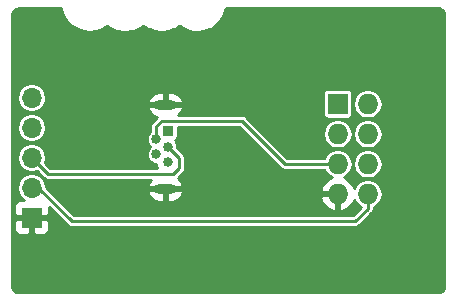
<source format=gbr>
G04 #@! TF.GenerationSoftware,KiCad,Pcbnew,5.0.2-bee76a0~70~ubuntu18.04.1*
G04 #@! TF.CreationDate,2019-07-22T12:49:36+01:00*
G04 #@! TF.ProjectId,SOICbite_USB,534f4943-6269-4746-955f-5553422e6b69,rev?*
G04 #@! TF.SameCoordinates,Original*
G04 #@! TF.FileFunction,Copper,L2,Bot*
G04 #@! TF.FilePolarity,Positive*
%FSLAX46Y46*%
G04 Gerber Fmt 4.6, Leading zero omitted, Abs format (unit mm)*
G04 Created by KiCad (PCBNEW 5.0.2-bee76a0~70~ubuntu18.04.1) date Mon 22 Jul 2019 12:49:36 BST*
%MOMM*%
%LPD*%
G01*
G04 APERTURE LIST*
G04 #@! TA.AperFunction,ComponentPad*
%ADD10R,0.840000X0.840000*%
G04 #@! TD*
G04 #@! TA.AperFunction,ComponentPad*
%ADD11C,0.840000*%
G04 #@! TD*
G04 #@! TA.AperFunction,ComponentPad*
%ADD12O,1.850000X0.850000*%
G04 #@! TD*
G04 #@! TA.AperFunction,ComponentPad*
%ADD13R,1.727200X1.727200*%
G04 #@! TD*
G04 #@! TA.AperFunction,ComponentPad*
%ADD14O,1.727200X1.727200*%
G04 #@! TD*
G04 #@! TA.AperFunction,ComponentPad*
%ADD15R,1.700000X1.700000*%
G04 #@! TD*
G04 #@! TA.AperFunction,ComponentPad*
%ADD16O,1.700000X1.700000*%
G04 #@! TD*
G04 #@! TA.AperFunction,Conductor*
%ADD17C,0.250000*%
G04 #@! TD*
G04 #@! TA.AperFunction,Conductor*
%ADD18C,0.254000*%
G04 #@! TD*
G04 APERTURE END LIST*
D10*
G04 #@! TO.P,J1,1*
G04 #@! TO.N,+5V*
X118650000Y-94400000D03*
D11*
G04 #@! TO.P,J1,2*
G04 #@! TO.N,/USB-*
X117650000Y-95050000D03*
G04 #@! TO.P,J1,3*
G04 #@! TO.N,/USB+*
X118650000Y-95700000D03*
G04 #@! TO.P,J1,4*
G04 #@! TO.N,/USB_ID*
X117650000Y-96350000D03*
G04 #@! TO.P,J1,5*
G04 #@! TO.N,GND*
X118650000Y-97000000D03*
D12*
G04 #@! TO.P,J1,6*
X118430000Y-92125000D03*
X118430000Y-99275000D03*
G04 #@! TD*
D13*
G04 #@! TO.P,J2,1*
G04 #@! TO.N,+5V*
X133015001Y-92060001D03*
D14*
G04 #@! TO.P,J2,2*
G04 #@! TO.N,N/C*
X135555001Y-92060001D03*
G04 #@! TO.P,J2,3*
G04 #@! TO.N,/USB+*
X133015001Y-94600001D03*
G04 #@! TO.P,J2,4*
G04 #@! TO.N,N/C*
X135555001Y-94600001D03*
G04 #@! TO.P,J2,5*
G04 #@! TO.N,/USB-*
X133015001Y-97140001D03*
G04 #@! TO.P,J2,6*
G04 #@! TO.N,N/C*
X135555001Y-97140001D03*
G04 #@! TO.P,J2,7*
G04 #@! TO.N,GND*
X133015001Y-99680001D03*
G04 #@! TO.P,J2,8*
G04 #@! TO.N,/USB_ID*
X135555001Y-99680001D03*
G04 #@! TD*
D15*
G04 #@! TO.P,J3,1*
G04 #@! TO.N,GND*
X107100000Y-101700000D03*
D16*
G04 #@! TO.P,J3,2*
G04 #@! TO.N,/USB_ID*
X107100000Y-99160000D03*
G04 #@! TO.P,J3,3*
G04 #@! TO.N,/USB+*
X107100000Y-96620000D03*
G04 #@! TO.P,J3,4*
G04 #@! TO.N,/USB-*
X107100000Y-94080000D03*
G04 #@! TO.P,J3,5*
G04 #@! TO.N,+5V*
X107100000Y-91540000D03*
G04 #@! TD*
D17*
G04 #@! TO.N,/USB-*
X117650000Y-93974998D02*
X117650000Y-94456031D01*
X118124998Y-93500000D02*
X117650000Y-93974998D01*
X124900000Y-93500000D02*
X118124998Y-93500000D01*
X117650000Y-94456031D02*
X117650000Y-95050000D01*
X133015001Y-97140001D02*
X128540001Y-97140001D01*
X128540001Y-97140001D02*
X124900000Y-93500000D01*
G04 #@! TO.N,/USB+*
X107949999Y-97469999D02*
X107100000Y-96620000D01*
X108480000Y-98000000D02*
X107949999Y-97469999D01*
X119100000Y-98000000D02*
X108480000Y-98000000D01*
X119600000Y-97500000D02*
X119100000Y-98000000D01*
X118650000Y-95700000D02*
X119600000Y-96650000D01*
X119600000Y-96650000D02*
X119600000Y-97500000D01*
G04 #@! TO.N,/USB_ID*
X107660000Y-99160000D02*
X107100000Y-99160000D01*
X135555001Y-99680001D02*
X135555001Y-100944999D01*
X110500000Y-102000000D02*
X107660000Y-99160000D01*
X134500000Y-102000000D02*
X110500000Y-102000000D01*
X135555001Y-100944999D02*
X134500000Y-102000000D01*
G04 #@! TD*
D18*
G04 #@! TO.N,GND*
G36*
X109716264Y-84393348D02*
X109740339Y-84450411D01*
X109763680Y-84507678D01*
X109766522Y-84512470D01*
X110058792Y-84998409D01*
X110097888Y-85046388D01*
X110136390Y-85094835D01*
X110140463Y-85098637D01*
X110557371Y-85483012D01*
X110608329Y-85518067D01*
X110658914Y-85553784D01*
X110663890Y-85556290D01*
X111171923Y-85808204D01*
X111230727Y-85827566D01*
X111289248Y-85847631D01*
X111294727Y-85848639D01*
X111853042Y-85947840D01*
X111914867Y-85949918D01*
X111976719Y-85952754D01*
X111982260Y-85952183D01*
X112545978Y-85890695D01*
X112605918Y-85875333D01*
X112666059Y-85860700D01*
X112671215Y-85858598D01*
X112671220Y-85858597D01*
X112671225Y-85858594D01*
X113195020Y-85641365D01*
X113248212Y-85609813D01*
X113301859Y-85578872D01*
X113306220Y-85575406D01*
X113462691Y-85449487D01*
X113620216Y-85575740D01*
X113644462Y-85590258D01*
X113666289Y-85608202D01*
X113725576Y-85638967D01*
X114255310Y-85866287D01*
X114282989Y-85873924D01*
X114309250Y-85885520D01*
X114374625Y-85899208D01*
X114945977Y-85975697D01*
X114974689Y-85975609D01*
X115003101Y-85979716D01*
X115069750Y-85975319D01*
X115640624Y-85895342D01*
X115668251Y-85887537D01*
X115696723Y-85883852D01*
X115759734Y-85861693D01*
X116288071Y-85631145D01*
X116312584Y-85616197D01*
X116339015Y-85604991D01*
X116393746Y-85566704D01*
X116554942Y-85435353D01*
X116710675Y-85560169D01*
X116734921Y-85574687D01*
X116756748Y-85592631D01*
X116816035Y-85623396D01*
X117345769Y-85850716D01*
X117373448Y-85858353D01*
X117399709Y-85869949D01*
X117465084Y-85883637D01*
X118036436Y-85960126D01*
X118065148Y-85960038D01*
X118093560Y-85964145D01*
X118160209Y-85959748D01*
X118731083Y-85879771D01*
X118758710Y-85871966D01*
X118787182Y-85868281D01*
X118850193Y-85846122D01*
X119378530Y-85615574D01*
X119403043Y-85600626D01*
X119429474Y-85589420D01*
X119484205Y-85551133D01*
X119622752Y-85438238D01*
X119640778Y-85453434D01*
X119645521Y-85456356D01*
X120126500Y-85748578D01*
X120183414Y-85772890D01*
X120240023Y-85797894D01*
X120245396Y-85799367D01*
X120789059Y-85944849D01*
X120850523Y-85952212D01*
X120911861Y-85960321D01*
X120917431Y-85960227D01*
X121480074Y-85947273D01*
X121541105Y-85937094D01*
X121602283Y-85927657D01*
X121607603Y-85926003D01*
X122143993Y-85755654D01*
X122199704Y-85728760D01*
X122255784Y-85702527D01*
X122260426Y-85699447D01*
X122727445Y-85385399D01*
X122773352Y-85343964D01*
X122819832Y-85303031D01*
X122823423Y-85298771D01*
X123183528Y-84866269D01*
X123215983Y-84813579D01*
X123249084Y-84761281D01*
X123251334Y-84756185D01*
X123475577Y-84239997D01*
X123491936Y-84180324D01*
X123509030Y-84120832D01*
X123509760Y-84115308D01*
X123526682Y-83981000D01*
X141547373Y-83981000D01*
X141564073Y-83977678D01*
X141704761Y-84005663D01*
X141878349Y-84121651D01*
X141994337Y-84295239D01*
X142022322Y-84435928D01*
X142019000Y-84452628D01*
X142019001Y-107547373D01*
X142022322Y-107564070D01*
X141994337Y-107704761D01*
X141878349Y-107878349D01*
X141704761Y-107994337D01*
X141564073Y-108022322D01*
X141547373Y-108019000D01*
X105952627Y-108019000D01*
X105935927Y-108022322D01*
X105795239Y-107994337D01*
X105621651Y-107878349D01*
X105505663Y-107704761D01*
X105477678Y-107564073D01*
X105481000Y-107547373D01*
X105481000Y-101985750D01*
X105615000Y-101985750D01*
X105615000Y-102676310D01*
X105711673Y-102909699D01*
X105890302Y-103088327D01*
X106123691Y-103185000D01*
X106814250Y-103185000D01*
X106973000Y-103026250D01*
X106973000Y-101827000D01*
X107227000Y-101827000D01*
X107227000Y-103026250D01*
X107385750Y-103185000D01*
X108076309Y-103185000D01*
X108309698Y-103088327D01*
X108488327Y-102909699D01*
X108585000Y-102676310D01*
X108585000Y-101985750D01*
X108426250Y-101827000D01*
X107227000Y-101827000D01*
X106973000Y-101827000D01*
X105773750Y-101827000D01*
X105615000Y-101985750D01*
X105481000Y-101985750D01*
X105481000Y-100723690D01*
X105615000Y-100723690D01*
X105615000Y-101414250D01*
X105773750Y-101573000D01*
X106973000Y-101573000D01*
X106973000Y-101553000D01*
X107227000Y-101553000D01*
X107227000Y-101573000D01*
X108426250Y-101573000D01*
X108585000Y-101414250D01*
X108585000Y-100800592D01*
X110106965Y-102322558D01*
X110135194Y-102364806D01*
X110177441Y-102393034D01*
X110177442Y-102393035D01*
X110302569Y-102476641D01*
X110500000Y-102515913D01*
X110549835Y-102506000D01*
X134450166Y-102506000D01*
X134500000Y-102515913D01*
X134549834Y-102506000D01*
X134549835Y-102506000D01*
X134697431Y-102476641D01*
X134864806Y-102364806D01*
X134893038Y-102322553D01*
X135877556Y-101338036D01*
X135919807Y-101309805D01*
X135995034Y-101197218D01*
X136031642Y-101142431D01*
X136070914Y-100944999D01*
X136061001Y-100895164D01*
X136061001Y-100838770D01*
X136452307Y-100577307D01*
X136727388Y-100165620D01*
X136823984Y-99680001D01*
X136727388Y-99194382D01*
X136452307Y-98782695D01*
X136040620Y-98507614D01*
X135677582Y-98435401D01*
X135432420Y-98435401D01*
X135069382Y-98507614D01*
X134657695Y-98782695D01*
X134404166Y-99162127D01*
X134297689Y-98905054D01*
X133903491Y-98473180D01*
X133525271Y-98295917D01*
X133912307Y-98037307D01*
X134187388Y-97625620D01*
X134283984Y-97140001D01*
X134286018Y-97140001D01*
X134382614Y-97625620D01*
X134657695Y-98037307D01*
X135069382Y-98312388D01*
X135432420Y-98384601D01*
X135677582Y-98384601D01*
X136040620Y-98312388D01*
X136452307Y-98037307D01*
X136727388Y-97625620D01*
X136823984Y-97140001D01*
X136727388Y-96654382D01*
X136452307Y-96242695D01*
X136040620Y-95967614D01*
X135677582Y-95895401D01*
X135432420Y-95895401D01*
X135069382Y-95967614D01*
X134657695Y-96242695D01*
X134382614Y-96654382D01*
X134286018Y-97140001D01*
X134283984Y-97140001D01*
X134187388Y-96654382D01*
X133912307Y-96242695D01*
X133500620Y-95967614D01*
X133137582Y-95895401D01*
X132892420Y-95895401D01*
X132529382Y-95967614D01*
X132117695Y-96242695D01*
X131856232Y-96634001D01*
X128749593Y-96634001D01*
X126715593Y-94600001D01*
X131746018Y-94600001D01*
X131842614Y-95085620D01*
X132117695Y-95497307D01*
X132529382Y-95772388D01*
X132892420Y-95844601D01*
X133137582Y-95844601D01*
X133500620Y-95772388D01*
X133912307Y-95497307D01*
X134187388Y-95085620D01*
X134283984Y-94600001D01*
X134286018Y-94600001D01*
X134382614Y-95085620D01*
X134657695Y-95497307D01*
X135069382Y-95772388D01*
X135432420Y-95844601D01*
X135677582Y-95844601D01*
X136040620Y-95772388D01*
X136452307Y-95497307D01*
X136727388Y-95085620D01*
X136823984Y-94600001D01*
X136727388Y-94114382D01*
X136452307Y-93702695D01*
X136040620Y-93427614D01*
X135677582Y-93355401D01*
X135432420Y-93355401D01*
X135069382Y-93427614D01*
X134657695Y-93702695D01*
X134382614Y-94114382D01*
X134286018Y-94600001D01*
X134283984Y-94600001D01*
X134187388Y-94114382D01*
X133912307Y-93702695D01*
X133500620Y-93427614D01*
X133137582Y-93355401D01*
X132892420Y-93355401D01*
X132529382Y-93427614D01*
X132117695Y-93702695D01*
X131842614Y-94114382D01*
X131746018Y-94600001D01*
X126715593Y-94600001D01*
X125293039Y-93177448D01*
X125264806Y-93135194D01*
X125097431Y-93023359D01*
X124949835Y-92994000D01*
X124949834Y-92994000D01*
X124900000Y-92984087D01*
X124850166Y-92994000D01*
X119525023Y-92994000D01*
X119769336Y-92784731D01*
X119949540Y-92415062D01*
X119822257Y-92252000D01*
X118557000Y-92252000D01*
X118557000Y-92272000D01*
X118303000Y-92272000D01*
X118303000Y-92252000D01*
X117037743Y-92252000D01*
X116910460Y-92415062D01*
X117090664Y-92784731D01*
X117407023Y-93055712D01*
X117740540Y-93164606D01*
X117731961Y-93177445D01*
X117327447Y-93581960D01*
X117285194Y-93610192D01*
X117173359Y-93777568D01*
X117164410Y-93822558D01*
X117134087Y-93974998D01*
X117144000Y-94024833D01*
X117144001Y-94406193D01*
X117144000Y-94406197D01*
X117144000Y-94423215D01*
X116970945Y-94596270D01*
X116849000Y-94890671D01*
X116849000Y-95209329D01*
X116970945Y-95503730D01*
X117167215Y-95700000D01*
X116970945Y-95896270D01*
X116849000Y-96190671D01*
X116849000Y-96509329D01*
X116970945Y-96803730D01*
X117196270Y-97029055D01*
X117490671Y-97151000D01*
X117603659Y-97151000D01*
X117614873Y-97292531D01*
X117698324Y-97494000D01*
X108689592Y-97494000D01*
X108343035Y-97147444D01*
X108343033Y-97147441D01*
X108265603Y-97070011D01*
X108355116Y-96620000D01*
X108259576Y-96139688D01*
X107987501Y-95732499D01*
X107580312Y-95460424D01*
X107221239Y-95389000D01*
X106978761Y-95389000D01*
X106619688Y-95460424D01*
X106212499Y-95732499D01*
X105940424Y-96139688D01*
X105844884Y-96620000D01*
X105940424Y-97100312D01*
X106212499Y-97507501D01*
X106619688Y-97779576D01*
X106978761Y-97851000D01*
X107221239Y-97851000D01*
X107550011Y-97785603D01*
X107627441Y-97863033D01*
X107627444Y-97863035D01*
X108086963Y-98322555D01*
X108115194Y-98364806D01*
X108220848Y-98435401D01*
X108282568Y-98476641D01*
X108480000Y-98515913D01*
X108529835Y-98506000D01*
X117218231Y-98506000D01*
X117090664Y-98615269D01*
X116910460Y-98984938D01*
X117037743Y-99148000D01*
X118303000Y-99148000D01*
X118303000Y-99128000D01*
X118557000Y-99128000D01*
X118557000Y-99148000D01*
X119822257Y-99148000D01*
X119949540Y-98984938D01*
X119769336Y-98615269D01*
X119469219Y-98358201D01*
X119493038Y-98322553D01*
X119922555Y-97893037D01*
X119964806Y-97864806D01*
X120053601Y-97731913D01*
X120076641Y-97697432D01*
X120115913Y-97500000D01*
X120106000Y-97450165D01*
X120106000Y-96699834D01*
X120115913Y-96650000D01*
X120087931Y-96509329D01*
X120076641Y-96452569D01*
X119964806Y-96285194D01*
X119922556Y-96256964D01*
X119451000Y-95785409D01*
X119451000Y-95540671D01*
X119329055Y-95246270D01*
X119244448Y-95161663D01*
X119344686Y-95094686D01*
X119428894Y-94968659D01*
X119458464Y-94820000D01*
X119458464Y-94006000D01*
X124690409Y-94006000D01*
X128146964Y-97462556D01*
X128175195Y-97504807D01*
X128287782Y-97580034D01*
X128342569Y-97616642D01*
X128540001Y-97655914D01*
X128589836Y-97646001D01*
X131856232Y-97646001D01*
X132117695Y-98037307D01*
X132504731Y-98295917D01*
X132126511Y-98473180D01*
X131732313Y-98905054D01*
X131560043Y-99320975D01*
X131681184Y-99553001D01*
X132888001Y-99553001D01*
X132888001Y-99533001D01*
X133142001Y-99533001D01*
X133142001Y-99553001D01*
X133162001Y-99553001D01*
X133162001Y-99807001D01*
X133142001Y-99807001D01*
X133142001Y-101014470D01*
X133374028Y-101134969D01*
X133903491Y-100886822D01*
X134297689Y-100454948D01*
X134404166Y-100197875D01*
X134657695Y-100577307D01*
X134987040Y-100797369D01*
X134290409Y-101494000D01*
X110709593Y-101494000D01*
X108780654Y-99565062D01*
X116910460Y-99565062D01*
X117090664Y-99934731D01*
X117407023Y-100205712D01*
X117803000Y-100335000D01*
X118303000Y-100335000D01*
X118303000Y-99402000D01*
X118557000Y-99402000D01*
X118557000Y-100335000D01*
X119057000Y-100335000D01*
X119452977Y-100205712D01*
X119647574Y-100039027D01*
X131560043Y-100039027D01*
X131732313Y-100454948D01*
X132126511Y-100886822D01*
X132655974Y-101134969D01*
X132888001Y-101014470D01*
X132888001Y-99807001D01*
X131681184Y-99807001D01*
X131560043Y-100039027D01*
X119647574Y-100039027D01*
X119769336Y-99934731D01*
X119949540Y-99565062D01*
X119822257Y-99402000D01*
X118557000Y-99402000D01*
X118303000Y-99402000D01*
X117037743Y-99402000D01*
X116910460Y-99565062D01*
X108780654Y-99565062D01*
X108350032Y-99134441D01*
X108259576Y-98679688D01*
X107987501Y-98272499D01*
X107580312Y-98000424D01*
X107221239Y-97929000D01*
X106978761Y-97929000D01*
X106619688Y-98000424D01*
X106212499Y-98272499D01*
X105940424Y-98679688D01*
X105844884Y-99160000D01*
X105940424Y-99640312D01*
X106212499Y-100047501D01*
X106463179Y-100215000D01*
X106123691Y-100215000D01*
X105890302Y-100311673D01*
X105711673Y-100490301D01*
X105615000Y-100723690D01*
X105481000Y-100723690D01*
X105481000Y-94080000D01*
X105844884Y-94080000D01*
X105940424Y-94560312D01*
X106212499Y-94967501D01*
X106619688Y-95239576D01*
X106978761Y-95311000D01*
X107221239Y-95311000D01*
X107580312Y-95239576D01*
X107987501Y-94967501D01*
X108259576Y-94560312D01*
X108355116Y-94080000D01*
X108259576Y-93599688D01*
X107987501Y-93192499D01*
X107580312Y-92920424D01*
X107221239Y-92849000D01*
X106978761Y-92849000D01*
X106619688Y-92920424D01*
X106212499Y-93192499D01*
X105940424Y-93599688D01*
X105844884Y-94080000D01*
X105481000Y-94080000D01*
X105481000Y-91540000D01*
X105844884Y-91540000D01*
X105940424Y-92020312D01*
X106212499Y-92427501D01*
X106619688Y-92699576D01*
X106978761Y-92771000D01*
X107221239Y-92771000D01*
X107580312Y-92699576D01*
X107987501Y-92427501D01*
X108259576Y-92020312D01*
X108296449Y-91834938D01*
X116910460Y-91834938D01*
X117037743Y-91998000D01*
X118303000Y-91998000D01*
X118303000Y-91065000D01*
X118557000Y-91065000D01*
X118557000Y-91998000D01*
X119822257Y-91998000D01*
X119949540Y-91834938D01*
X119769336Y-91465269D01*
X119455444Y-91196401D01*
X131762937Y-91196401D01*
X131762937Y-92923601D01*
X131792507Y-93072260D01*
X131876715Y-93198287D01*
X132002742Y-93282495D01*
X132151401Y-93312065D01*
X133878601Y-93312065D01*
X134027260Y-93282495D01*
X134153287Y-93198287D01*
X134237495Y-93072260D01*
X134267065Y-92923601D01*
X134267065Y-92060001D01*
X134286018Y-92060001D01*
X134382614Y-92545620D01*
X134657695Y-92957307D01*
X135069382Y-93232388D01*
X135432420Y-93304601D01*
X135677582Y-93304601D01*
X136040620Y-93232388D01*
X136452307Y-92957307D01*
X136727388Y-92545620D01*
X136823984Y-92060001D01*
X136727388Y-91574382D01*
X136452307Y-91162695D01*
X136040620Y-90887614D01*
X135677582Y-90815401D01*
X135432420Y-90815401D01*
X135069382Y-90887614D01*
X134657695Y-91162695D01*
X134382614Y-91574382D01*
X134286018Y-92060001D01*
X134267065Y-92060001D01*
X134267065Y-91196401D01*
X134237495Y-91047742D01*
X134153287Y-90921715D01*
X134027260Y-90837507D01*
X133878601Y-90807937D01*
X132151401Y-90807937D01*
X132002742Y-90837507D01*
X131876715Y-90921715D01*
X131792507Y-91047742D01*
X131762937Y-91196401D01*
X119455444Y-91196401D01*
X119452977Y-91194288D01*
X119057000Y-91065000D01*
X118557000Y-91065000D01*
X118303000Y-91065000D01*
X117803000Y-91065000D01*
X117407023Y-91194288D01*
X117090664Y-91465269D01*
X116910460Y-91834938D01*
X108296449Y-91834938D01*
X108355116Y-91540000D01*
X108259576Y-91059688D01*
X107987501Y-90652499D01*
X107580312Y-90380424D01*
X107221239Y-90309000D01*
X106978761Y-90309000D01*
X106619688Y-90380424D01*
X106212499Y-90652499D01*
X105940424Y-91059688D01*
X105844884Y-91540000D01*
X105481000Y-91540000D01*
X105481000Y-84452627D01*
X105477678Y-84435927D01*
X105505663Y-84295239D01*
X105621651Y-84121651D01*
X105795239Y-84005663D01*
X106044911Y-83956000D01*
X109601324Y-83956000D01*
X109716264Y-84393348D01*
X109716264Y-84393348D01*
G37*
X109716264Y-84393348D02*
X109740339Y-84450411D01*
X109763680Y-84507678D01*
X109766522Y-84512470D01*
X110058792Y-84998409D01*
X110097888Y-85046388D01*
X110136390Y-85094835D01*
X110140463Y-85098637D01*
X110557371Y-85483012D01*
X110608329Y-85518067D01*
X110658914Y-85553784D01*
X110663890Y-85556290D01*
X111171923Y-85808204D01*
X111230727Y-85827566D01*
X111289248Y-85847631D01*
X111294727Y-85848639D01*
X111853042Y-85947840D01*
X111914867Y-85949918D01*
X111976719Y-85952754D01*
X111982260Y-85952183D01*
X112545978Y-85890695D01*
X112605918Y-85875333D01*
X112666059Y-85860700D01*
X112671215Y-85858598D01*
X112671220Y-85858597D01*
X112671225Y-85858594D01*
X113195020Y-85641365D01*
X113248212Y-85609813D01*
X113301859Y-85578872D01*
X113306220Y-85575406D01*
X113462691Y-85449487D01*
X113620216Y-85575740D01*
X113644462Y-85590258D01*
X113666289Y-85608202D01*
X113725576Y-85638967D01*
X114255310Y-85866287D01*
X114282989Y-85873924D01*
X114309250Y-85885520D01*
X114374625Y-85899208D01*
X114945977Y-85975697D01*
X114974689Y-85975609D01*
X115003101Y-85979716D01*
X115069750Y-85975319D01*
X115640624Y-85895342D01*
X115668251Y-85887537D01*
X115696723Y-85883852D01*
X115759734Y-85861693D01*
X116288071Y-85631145D01*
X116312584Y-85616197D01*
X116339015Y-85604991D01*
X116393746Y-85566704D01*
X116554942Y-85435353D01*
X116710675Y-85560169D01*
X116734921Y-85574687D01*
X116756748Y-85592631D01*
X116816035Y-85623396D01*
X117345769Y-85850716D01*
X117373448Y-85858353D01*
X117399709Y-85869949D01*
X117465084Y-85883637D01*
X118036436Y-85960126D01*
X118065148Y-85960038D01*
X118093560Y-85964145D01*
X118160209Y-85959748D01*
X118731083Y-85879771D01*
X118758710Y-85871966D01*
X118787182Y-85868281D01*
X118850193Y-85846122D01*
X119378530Y-85615574D01*
X119403043Y-85600626D01*
X119429474Y-85589420D01*
X119484205Y-85551133D01*
X119622752Y-85438238D01*
X119640778Y-85453434D01*
X119645521Y-85456356D01*
X120126500Y-85748578D01*
X120183414Y-85772890D01*
X120240023Y-85797894D01*
X120245396Y-85799367D01*
X120789059Y-85944849D01*
X120850523Y-85952212D01*
X120911861Y-85960321D01*
X120917431Y-85960227D01*
X121480074Y-85947273D01*
X121541105Y-85937094D01*
X121602283Y-85927657D01*
X121607603Y-85926003D01*
X122143993Y-85755654D01*
X122199704Y-85728760D01*
X122255784Y-85702527D01*
X122260426Y-85699447D01*
X122727445Y-85385399D01*
X122773352Y-85343964D01*
X122819832Y-85303031D01*
X122823423Y-85298771D01*
X123183528Y-84866269D01*
X123215983Y-84813579D01*
X123249084Y-84761281D01*
X123251334Y-84756185D01*
X123475577Y-84239997D01*
X123491936Y-84180324D01*
X123509030Y-84120832D01*
X123509760Y-84115308D01*
X123526682Y-83981000D01*
X141547373Y-83981000D01*
X141564073Y-83977678D01*
X141704761Y-84005663D01*
X141878349Y-84121651D01*
X141994337Y-84295239D01*
X142022322Y-84435928D01*
X142019000Y-84452628D01*
X142019001Y-107547373D01*
X142022322Y-107564070D01*
X141994337Y-107704761D01*
X141878349Y-107878349D01*
X141704761Y-107994337D01*
X141564073Y-108022322D01*
X141547373Y-108019000D01*
X105952627Y-108019000D01*
X105935927Y-108022322D01*
X105795239Y-107994337D01*
X105621651Y-107878349D01*
X105505663Y-107704761D01*
X105477678Y-107564073D01*
X105481000Y-107547373D01*
X105481000Y-101985750D01*
X105615000Y-101985750D01*
X105615000Y-102676310D01*
X105711673Y-102909699D01*
X105890302Y-103088327D01*
X106123691Y-103185000D01*
X106814250Y-103185000D01*
X106973000Y-103026250D01*
X106973000Y-101827000D01*
X107227000Y-101827000D01*
X107227000Y-103026250D01*
X107385750Y-103185000D01*
X108076309Y-103185000D01*
X108309698Y-103088327D01*
X108488327Y-102909699D01*
X108585000Y-102676310D01*
X108585000Y-101985750D01*
X108426250Y-101827000D01*
X107227000Y-101827000D01*
X106973000Y-101827000D01*
X105773750Y-101827000D01*
X105615000Y-101985750D01*
X105481000Y-101985750D01*
X105481000Y-100723690D01*
X105615000Y-100723690D01*
X105615000Y-101414250D01*
X105773750Y-101573000D01*
X106973000Y-101573000D01*
X106973000Y-101553000D01*
X107227000Y-101553000D01*
X107227000Y-101573000D01*
X108426250Y-101573000D01*
X108585000Y-101414250D01*
X108585000Y-100800592D01*
X110106965Y-102322558D01*
X110135194Y-102364806D01*
X110177441Y-102393034D01*
X110177442Y-102393035D01*
X110302569Y-102476641D01*
X110500000Y-102515913D01*
X110549835Y-102506000D01*
X134450166Y-102506000D01*
X134500000Y-102515913D01*
X134549834Y-102506000D01*
X134549835Y-102506000D01*
X134697431Y-102476641D01*
X134864806Y-102364806D01*
X134893038Y-102322553D01*
X135877556Y-101338036D01*
X135919807Y-101309805D01*
X135995034Y-101197218D01*
X136031642Y-101142431D01*
X136070914Y-100944999D01*
X136061001Y-100895164D01*
X136061001Y-100838770D01*
X136452307Y-100577307D01*
X136727388Y-100165620D01*
X136823984Y-99680001D01*
X136727388Y-99194382D01*
X136452307Y-98782695D01*
X136040620Y-98507614D01*
X135677582Y-98435401D01*
X135432420Y-98435401D01*
X135069382Y-98507614D01*
X134657695Y-98782695D01*
X134404166Y-99162127D01*
X134297689Y-98905054D01*
X133903491Y-98473180D01*
X133525271Y-98295917D01*
X133912307Y-98037307D01*
X134187388Y-97625620D01*
X134283984Y-97140001D01*
X134286018Y-97140001D01*
X134382614Y-97625620D01*
X134657695Y-98037307D01*
X135069382Y-98312388D01*
X135432420Y-98384601D01*
X135677582Y-98384601D01*
X136040620Y-98312388D01*
X136452307Y-98037307D01*
X136727388Y-97625620D01*
X136823984Y-97140001D01*
X136727388Y-96654382D01*
X136452307Y-96242695D01*
X136040620Y-95967614D01*
X135677582Y-95895401D01*
X135432420Y-95895401D01*
X135069382Y-95967614D01*
X134657695Y-96242695D01*
X134382614Y-96654382D01*
X134286018Y-97140001D01*
X134283984Y-97140001D01*
X134187388Y-96654382D01*
X133912307Y-96242695D01*
X133500620Y-95967614D01*
X133137582Y-95895401D01*
X132892420Y-95895401D01*
X132529382Y-95967614D01*
X132117695Y-96242695D01*
X131856232Y-96634001D01*
X128749593Y-96634001D01*
X126715593Y-94600001D01*
X131746018Y-94600001D01*
X131842614Y-95085620D01*
X132117695Y-95497307D01*
X132529382Y-95772388D01*
X132892420Y-95844601D01*
X133137582Y-95844601D01*
X133500620Y-95772388D01*
X133912307Y-95497307D01*
X134187388Y-95085620D01*
X134283984Y-94600001D01*
X134286018Y-94600001D01*
X134382614Y-95085620D01*
X134657695Y-95497307D01*
X135069382Y-95772388D01*
X135432420Y-95844601D01*
X135677582Y-95844601D01*
X136040620Y-95772388D01*
X136452307Y-95497307D01*
X136727388Y-95085620D01*
X136823984Y-94600001D01*
X136727388Y-94114382D01*
X136452307Y-93702695D01*
X136040620Y-93427614D01*
X135677582Y-93355401D01*
X135432420Y-93355401D01*
X135069382Y-93427614D01*
X134657695Y-93702695D01*
X134382614Y-94114382D01*
X134286018Y-94600001D01*
X134283984Y-94600001D01*
X134187388Y-94114382D01*
X133912307Y-93702695D01*
X133500620Y-93427614D01*
X133137582Y-93355401D01*
X132892420Y-93355401D01*
X132529382Y-93427614D01*
X132117695Y-93702695D01*
X131842614Y-94114382D01*
X131746018Y-94600001D01*
X126715593Y-94600001D01*
X125293039Y-93177448D01*
X125264806Y-93135194D01*
X125097431Y-93023359D01*
X124949835Y-92994000D01*
X124949834Y-92994000D01*
X124900000Y-92984087D01*
X124850166Y-92994000D01*
X119525023Y-92994000D01*
X119769336Y-92784731D01*
X119949540Y-92415062D01*
X119822257Y-92252000D01*
X118557000Y-92252000D01*
X118557000Y-92272000D01*
X118303000Y-92272000D01*
X118303000Y-92252000D01*
X117037743Y-92252000D01*
X116910460Y-92415062D01*
X117090664Y-92784731D01*
X117407023Y-93055712D01*
X117740540Y-93164606D01*
X117731961Y-93177445D01*
X117327447Y-93581960D01*
X117285194Y-93610192D01*
X117173359Y-93777568D01*
X117164410Y-93822558D01*
X117134087Y-93974998D01*
X117144000Y-94024833D01*
X117144001Y-94406193D01*
X117144000Y-94406197D01*
X117144000Y-94423215D01*
X116970945Y-94596270D01*
X116849000Y-94890671D01*
X116849000Y-95209329D01*
X116970945Y-95503730D01*
X117167215Y-95700000D01*
X116970945Y-95896270D01*
X116849000Y-96190671D01*
X116849000Y-96509329D01*
X116970945Y-96803730D01*
X117196270Y-97029055D01*
X117490671Y-97151000D01*
X117603659Y-97151000D01*
X117614873Y-97292531D01*
X117698324Y-97494000D01*
X108689592Y-97494000D01*
X108343035Y-97147444D01*
X108343033Y-97147441D01*
X108265603Y-97070011D01*
X108355116Y-96620000D01*
X108259576Y-96139688D01*
X107987501Y-95732499D01*
X107580312Y-95460424D01*
X107221239Y-95389000D01*
X106978761Y-95389000D01*
X106619688Y-95460424D01*
X106212499Y-95732499D01*
X105940424Y-96139688D01*
X105844884Y-96620000D01*
X105940424Y-97100312D01*
X106212499Y-97507501D01*
X106619688Y-97779576D01*
X106978761Y-97851000D01*
X107221239Y-97851000D01*
X107550011Y-97785603D01*
X107627441Y-97863033D01*
X107627444Y-97863035D01*
X108086963Y-98322555D01*
X108115194Y-98364806D01*
X108220848Y-98435401D01*
X108282568Y-98476641D01*
X108480000Y-98515913D01*
X108529835Y-98506000D01*
X117218231Y-98506000D01*
X117090664Y-98615269D01*
X116910460Y-98984938D01*
X117037743Y-99148000D01*
X118303000Y-99148000D01*
X118303000Y-99128000D01*
X118557000Y-99128000D01*
X118557000Y-99148000D01*
X119822257Y-99148000D01*
X119949540Y-98984938D01*
X119769336Y-98615269D01*
X119469219Y-98358201D01*
X119493038Y-98322553D01*
X119922555Y-97893037D01*
X119964806Y-97864806D01*
X120053601Y-97731913D01*
X120076641Y-97697432D01*
X120115913Y-97500000D01*
X120106000Y-97450165D01*
X120106000Y-96699834D01*
X120115913Y-96650000D01*
X120087931Y-96509329D01*
X120076641Y-96452569D01*
X119964806Y-96285194D01*
X119922556Y-96256964D01*
X119451000Y-95785409D01*
X119451000Y-95540671D01*
X119329055Y-95246270D01*
X119244448Y-95161663D01*
X119344686Y-95094686D01*
X119428894Y-94968659D01*
X119458464Y-94820000D01*
X119458464Y-94006000D01*
X124690409Y-94006000D01*
X128146964Y-97462556D01*
X128175195Y-97504807D01*
X128287782Y-97580034D01*
X128342569Y-97616642D01*
X128540001Y-97655914D01*
X128589836Y-97646001D01*
X131856232Y-97646001D01*
X132117695Y-98037307D01*
X132504731Y-98295917D01*
X132126511Y-98473180D01*
X131732313Y-98905054D01*
X131560043Y-99320975D01*
X131681184Y-99553001D01*
X132888001Y-99553001D01*
X132888001Y-99533001D01*
X133142001Y-99533001D01*
X133142001Y-99553001D01*
X133162001Y-99553001D01*
X133162001Y-99807001D01*
X133142001Y-99807001D01*
X133142001Y-101014470D01*
X133374028Y-101134969D01*
X133903491Y-100886822D01*
X134297689Y-100454948D01*
X134404166Y-100197875D01*
X134657695Y-100577307D01*
X134987040Y-100797369D01*
X134290409Y-101494000D01*
X110709593Y-101494000D01*
X108780654Y-99565062D01*
X116910460Y-99565062D01*
X117090664Y-99934731D01*
X117407023Y-100205712D01*
X117803000Y-100335000D01*
X118303000Y-100335000D01*
X118303000Y-99402000D01*
X118557000Y-99402000D01*
X118557000Y-100335000D01*
X119057000Y-100335000D01*
X119452977Y-100205712D01*
X119647574Y-100039027D01*
X131560043Y-100039027D01*
X131732313Y-100454948D01*
X132126511Y-100886822D01*
X132655974Y-101134969D01*
X132888001Y-101014470D01*
X132888001Y-99807001D01*
X131681184Y-99807001D01*
X131560043Y-100039027D01*
X119647574Y-100039027D01*
X119769336Y-99934731D01*
X119949540Y-99565062D01*
X119822257Y-99402000D01*
X118557000Y-99402000D01*
X118303000Y-99402000D01*
X117037743Y-99402000D01*
X116910460Y-99565062D01*
X108780654Y-99565062D01*
X108350032Y-99134441D01*
X108259576Y-98679688D01*
X107987501Y-98272499D01*
X107580312Y-98000424D01*
X107221239Y-97929000D01*
X106978761Y-97929000D01*
X106619688Y-98000424D01*
X106212499Y-98272499D01*
X105940424Y-98679688D01*
X105844884Y-99160000D01*
X105940424Y-99640312D01*
X106212499Y-100047501D01*
X106463179Y-100215000D01*
X106123691Y-100215000D01*
X105890302Y-100311673D01*
X105711673Y-100490301D01*
X105615000Y-100723690D01*
X105481000Y-100723690D01*
X105481000Y-94080000D01*
X105844884Y-94080000D01*
X105940424Y-94560312D01*
X106212499Y-94967501D01*
X106619688Y-95239576D01*
X106978761Y-95311000D01*
X107221239Y-95311000D01*
X107580312Y-95239576D01*
X107987501Y-94967501D01*
X108259576Y-94560312D01*
X108355116Y-94080000D01*
X108259576Y-93599688D01*
X107987501Y-93192499D01*
X107580312Y-92920424D01*
X107221239Y-92849000D01*
X106978761Y-92849000D01*
X106619688Y-92920424D01*
X106212499Y-93192499D01*
X105940424Y-93599688D01*
X105844884Y-94080000D01*
X105481000Y-94080000D01*
X105481000Y-91540000D01*
X105844884Y-91540000D01*
X105940424Y-92020312D01*
X106212499Y-92427501D01*
X106619688Y-92699576D01*
X106978761Y-92771000D01*
X107221239Y-92771000D01*
X107580312Y-92699576D01*
X107987501Y-92427501D01*
X108259576Y-92020312D01*
X108296449Y-91834938D01*
X116910460Y-91834938D01*
X117037743Y-91998000D01*
X118303000Y-91998000D01*
X118303000Y-91065000D01*
X118557000Y-91065000D01*
X118557000Y-91998000D01*
X119822257Y-91998000D01*
X119949540Y-91834938D01*
X119769336Y-91465269D01*
X119455444Y-91196401D01*
X131762937Y-91196401D01*
X131762937Y-92923601D01*
X131792507Y-93072260D01*
X131876715Y-93198287D01*
X132002742Y-93282495D01*
X132151401Y-93312065D01*
X133878601Y-93312065D01*
X134027260Y-93282495D01*
X134153287Y-93198287D01*
X134237495Y-93072260D01*
X134267065Y-92923601D01*
X134267065Y-92060001D01*
X134286018Y-92060001D01*
X134382614Y-92545620D01*
X134657695Y-92957307D01*
X135069382Y-93232388D01*
X135432420Y-93304601D01*
X135677582Y-93304601D01*
X136040620Y-93232388D01*
X136452307Y-92957307D01*
X136727388Y-92545620D01*
X136823984Y-92060001D01*
X136727388Y-91574382D01*
X136452307Y-91162695D01*
X136040620Y-90887614D01*
X135677582Y-90815401D01*
X135432420Y-90815401D01*
X135069382Y-90887614D01*
X134657695Y-91162695D01*
X134382614Y-91574382D01*
X134286018Y-92060001D01*
X134267065Y-92060001D01*
X134267065Y-91196401D01*
X134237495Y-91047742D01*
X134153287Y-90921715D01*
X134027260Y-90837507D01*
X133878601Y-90807937D01*
X132151401Y-90807937D01*
X132002742Y-90837507D01*
X131876715Y-90921715D01*
X131792507Y-91047742D01*
X131762937Y-91196401D01*
X119455444Y-91196401D01*
X119452977Y-91194288D01*
X119057000Y-91065000D01*
X118557000Y-91065000D01*
X118303000Y-91065000D01*
X117803000Y-91065000D01*
X117407023Y-91194288D01*
X117090664Y-91465269D01*
X116910460Y-91834938D01*
X108296449Y-91834938D01*
X108355116Y-91540000D01*
X108259576Y-91059688D01*
X107987501Y-90652499D01*
X107580312Y-90380424D01*
X107221239Y-90309000D01*
X106978761Y-90309000D01*
X106619688Y-90380424D01*
X106212499Y-90652499D01*
X105940424Y-91059688D01*
X105844884Y-91540000D01*
X105481000Y-91540000D01*
X105481000Y-84452627D01*
X105477678Y-84435927D01*
X105505663Y-84295239D01*
X105621651Y-84121651D01*
X105795239Y-84005663D01*
X106044911Y-83956000D01*
X109601324Y-83956000D01*
X109716264Y-84393348D01*
G36*
X118843748Y-96985858D02*
X118829605Y-97000000D01*
X118843748Y-97014143D01*
X118664143Y-97193748D01*
X118650000Y-97179605D01*
X118635858Y-97193748D01*
X118456253Y-97014143D01*
X118470395Y-97000000D01*
X118456253Y-96985858D01*
X118635858Y-96806253D01*
X118650000Y-96820395D01*
X118664143Y-96806253D01*
X118843748Y-96985858D01*
X118843748Y-96985858D01*
G37*
X118843748Y-96985858D02*
X118829605Y-97000000D01*
X118843748Y-97014143D01*
X118664143Y-97193748D01*
X118650000Y-97179605D01*
X118635858Y-97193748D01*
X118456253Y-97014143D01*
X118470395Y-97000000D01*
X118456253Y-96985858D01*
X118635858Y-96806253D01*
X118650000Y-96820395D01*
X118664143Y-96806253D01*
X118843748Y-96985858D01*
G04 #@! TD*
M02*

</source>
